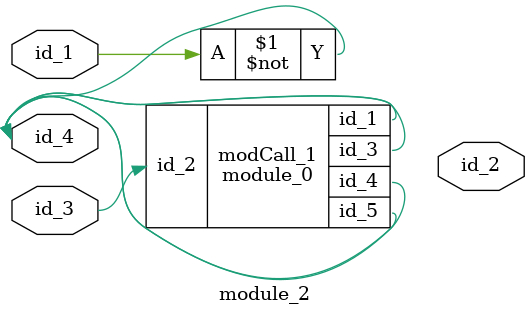
<source format=v>
module module_0 (
    id_1,
    id_2,
    id_3,
    id_4,
    id_5
);
  output wire id_5;
  output wire id_4;
  output wire id_3;
  input wire id_2;
  inout wire id_1;
  supply1 id_6;
  wire id_7;
  assign id_5 = 1;
  assign id_3 = -1;
  assign id_6.id_1 = -1;
  wire id_8;
  assign id_6 = -1'b0 + 1;
  wire id_9;
endmodule
module module_1;
  wire id_2, id_3, id_4, id_5;
  module_0 modCall_1 (
      id_4,
      id_4,
      id_5,
      id_4,
      id_4
  );
  assign modCall_1.id_6 = 0;
endmodule
module module_2 (
    id_1,
    id_2,
    id_3,
    id_4
);
  inout wire id_4;
  input wire id_3;
  output wire id_2;
  inout wire id_1;
  not primCall (id_4, id_1);
  module_0 modCall_1 (
      id_4,
      id_3,
      id_4,
      id_4,
      id_4
  );
endmodule

</source>
